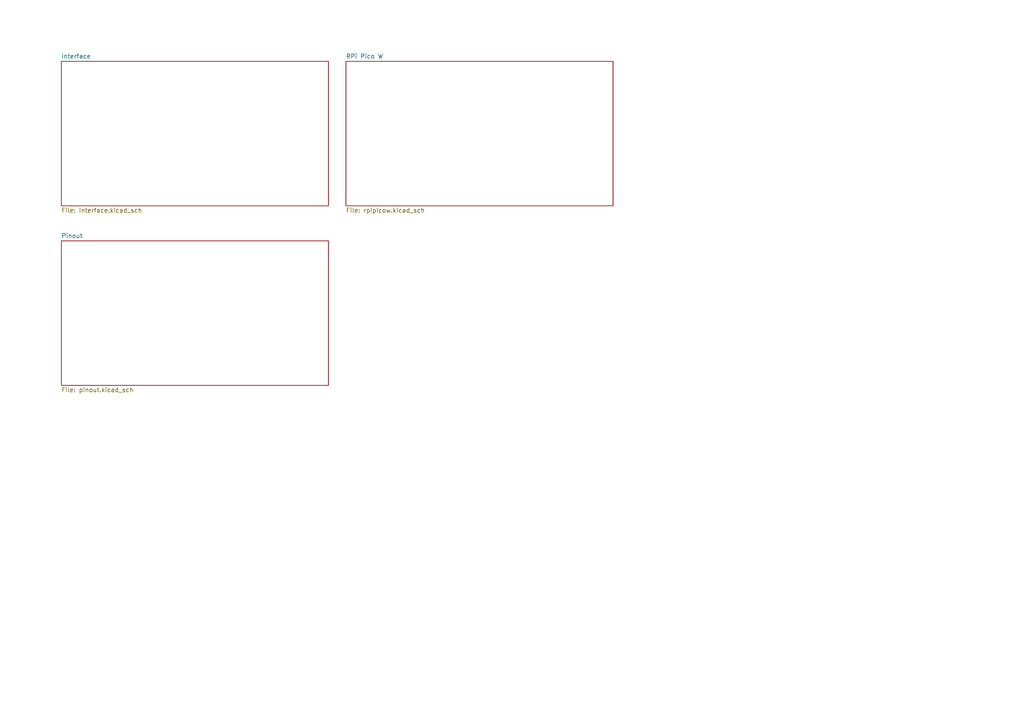
<source format=kicad_sch>
(kicad_sch (version 20230121) (generator eeschema)
  (paper "A4")
  (title_block (title "mqtt-power-control-interface") (date "2023-08-28") (rev "1.1.0"))
  (lib_symbols)
  (sheet (at 17.78 17.78) (size 77.47 41.91) (stroke (width 0.1524))
    (property "Sheetname" "Interface" (at 17.78 17.0684 0) (effects (justify left bottom)))
    (property "Sheetfile" "interface.kicad_sch" (at 17.78 60.2746 0) (effects (justify left top)))
  )
  (sheet (at 17.78 69.85) (size 77.47 41.91) (stroke (width 0.1524))
    (property "Sheetname" "Pinout" (at 17.78 69.1384 0) (effects (justify left bottom)))
    (property "Sheetfile" "pinout.kicad_sch" (at 17.78 112.3446 0) (effects (justify left top)))
  )
  (sheet (at 100.33 17.78) (size 77.47 41.91) (stroke (width 0.1524))
    (property "Sheetname" "RPi Pico W" (at 100.33 17.0684 0) (effects (justify left bottom)))
    (property "Sheetfile" "rpipicow.kicad_sch" (at 100.33 60.2746 0) (effects (justify left top)))
  )
)
</source>
